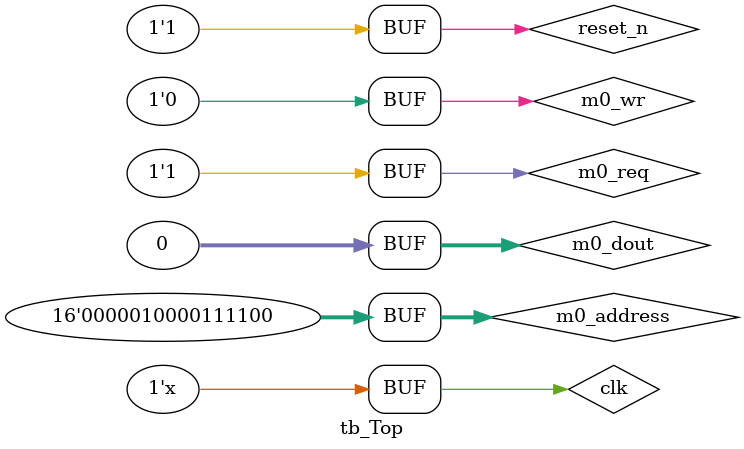
<source format=v>
`timescale 1ns/100ps

module tb_Top;
	reg clk, reset_n, m0_req, m0_wr;
	reg[15:0] m0_address;
	reg[31:0] m0_dout;
	wire m0_grant, a_interrupt, d_interrupt;
	wire[31:0] m_din;
	
	Top Top_1(clk, reset_n, m0_req, m0_wr, m0_address, m0_dout, m0_grant, a_interrupt, d_interrupt, m_din);
	
	always
		begin
			#5; clk = ~clk; //cycle of clock is 10ns
		end
	
	initial
		begin
			#4; clk = 1'b0; reset_n = 1'b1; m0_req = 1'b0; m0_wr = 1'b0;
			m0_address = 16'h0000; m0_dout = 32'h0000_0000; #10; //initialize
			reset_n = 1'b0; #10; reset_n = 1'b1; //resetted
			
			
			m0_req = 1'b1; m0_wr = 1'b1; m0_address = 16'h0200; m0_dout = 1000000000; #10;
			m0_address = 16'h0204; m0_dout = 1000000000; #10;
			//write two operand to memory
			m0_address = 16'h0300; m0_dout[13:0] = 14'b1111_0000_0001_00; #10; //x
			//write instruction to memory
			
			m0_address = 16'h0003; m0_dout = 32'h0000_0200; #10;
			m0_address = 16'h0004; m0_dout = 32'h0000_0110; #10;
			m0_address = 16'h0005; m0_dout = 32'h0000_0001; #10;
			//write first operand to DMAC
			m0_address = 16'h0006; m0_dout = 32'h0000_0001; #10;
			//DMAC push
			m0_address = 16'h0003; m0_dout = 32'h0000_0204; #10;
			m0_address = 16'h0004; m0_dout = 32'h0000_0111; #10;
			m0_address = 16'h0005; m0_dout = 32'h0000_0001; #10;
			//write second operand to DMAC
			m0_address = 16'h0006; m0_dout = 32'h0000_0001; #10;
			//DMAC push
			m0_address = 16'h0003; m0_dout = 32'h0000_0300; #10;
			m0_address = 16'h0004; m0_dout = 32'h0000_0103; #10;
			m0_address = 16'h0005; m0_dout = 32'h0000_0001; #10;
			//write instruction to DMAC
			m0_address = 16'h0006; m0_dout = 32'h0000_0001; #10;
			//DMAC push
			m0_address = 16'h0002; m0_dout = 32'h0000_0001; #10;
			//DMAC interrupt enable
			m0_address = 16'h0000; m0_dout = 32'h0000_0001; #10;
			m0_req = 1'b0; m0_wr = 1'b0; #1000;
			//DMAC start
			m0_req = 1'b1; m0_wr = 1'b1; m0_address = 16'h0001; m0_dout = 32'h0000_0000; #10;
			m0_address = 16'h0002; m0_dout = 32'h0000_0000; #10;
			//DMAC interrupt clear (interrupt disable)
			//Memory -> DMAC -> ALU
			
			m0_wr = 1'b1; m0_address = 16'h0102; m0_dout = 32'h0000_0001; #10;
			//ALU interrupt enable
			m0_address = 16'h0100; m0_dout = 32'h0000_0001; #10;
			m0_req = 1'b0; m0_wr = 1'b0; #1000;
			//ALU start
			m0_req = 1'b1; m0_wr = 1'b1; m0_address = 16'h0101; m0_dout = 32'h0000_0000; #10;
			m0_address = 16'h0102; m0_dout = 32'h0000_0000; #10;
			//ALU interrupt clear (interrupt disable)
			//before ALU -> after ALU
			
			m0_address = 16'h0003; m0_dout = 32'h0000_0104; #10;
			m0_address = 16'h0004; m0_dout = 32'h0000_0400; #10;
			m0_address = 16'h0005; m0_dout = 32'h0000_0001; #10;
			//write upper result to DMAC
			m0_address = 16'h0006; m0_dout = 32'h0000_0001; #10;
			//DMAC push
			m0_address = 16'h0003; m0_dout = 32'h0000_0104; #10;
			m0_address = 16'h0004; m0_dout = 32'h0000_0404; #10;
			m0_address = 16'h0005; m0_dout = 32'h0000_0001; #10;
			//write lower result to DMAC
			m0_address = 16'h0006; m0_dout = 32'h0000_0001; #10;
			//DMAC push
			m0_address = 16'h0002; m0_dout = 32'h0000_0001; #10;
			//DMAC interrupt enable
			m0_address = 16'h0000; m0_dout = 32'h0000_0001; #10;
			m0_req = 1'b0; m0_wr = 1'b0; #1000;
			//DMAC start
			m0_req = 1'b1; m0_wr = 1'b1; m0_address = 16'h0001; m0_dout = 32'h0000_0000; #10;
			m0_address = 16'h0002; m0_dout = 32'h0000_0000; #10;
			//DMAC interrupt clear (interrupt disable)
			//ALU -> DMAC -> Memory
			
			m0_wr = 1'b0; m0_address = 16'h0400; #10; //read upper result from Memory
			m0_address = 16'h0404; #10; //read lower result from Memory
			
			
			//
			//
			//
			//
			//
			//
			//
			//
			//
			//
		
	
			m0_req = 1'b1; m0_wr = 1'b1; m0_address = 16'h0200; m0_dout = 1234; #10;
			m0_address = 16'h0204; m0_dout = 5678; #10;
			//write two operand to memory
			m0_address = 16'h0300; m0_dout[13:0] = 14'b1101_0000_0001_00; #10; //+
			//write instruction to memory
			m0_address = 16'h0304; m0_dout[13:0] = 14'b1110_0000_0001_00; #10; //-
			//write instruction to memory
			m0_address = 16'h0308; m0_dout[13:0] = 14'b1111_0000_0001_00; #10; //*
			//write instruction to memory
			
			m0_address = 16'h0003; m0_dout = 32'h0000_0200; #10;
			m0_address = 16'h0004; m0_dout = 32'h0000_0110; #10;
			m0_address = 16'h0005; m0_dout = 32'h0000_0001; #10;
			//write first operand to DMAC
			m0_address = 16'h0006; m0_dout = 32'h0000_0001; #10;
			//DMAC push
			m0_address = 16'h0003; m0_dout = 32'h0000_0204; #10;
			m0_address = 16'h0004; m0_dout = 32'h0000_0111; #10;
			m0_address = 16'h0005; m0_dout = 32'h0000_0001; #10;
			//write second operand to DMAC
			m0_address = 16'h0006; m0_dout = 32'h0000_0001; #10;
			//DMAC push
			m0_address = 16'h0003; m0_dout = 32'h0000_0300; #10;
			m0_address = 16'h0004; m0_dout = 32'h0000_0103; #10;
			m0_address = 16'h0005; m0_dout = 32'h0000_0001; #10;
			//write instruction to DMAC
			m0_address = 16'h0006; m0_dout = 32'h0000_0001; #10;
			//DMAC push
			m0_address = 16'h0003; m0_dout = 32'h0000_0304; #10;
			m0_address = 16'h0004; m0_dout = 32'h0000_0103; #10;
			m0_address = 16'h0005; m0_dout = 32'h0000_0001; #10;
			//write instruction to DMAC
			m0_address = 16'h0006; m0_dout = 32'h0000_0001; #10;
			//DMAC push
			m0_address = 16'h0003; m0_dout = 32'h0000_0308; #10;
			m0_address = 16'h0004; m0_dout = 32'h0000_0103; #10;
			m0_address = 16'h0005; m0_dout = 32'h0000_0001; #10;
			//write instruction to DMAC
			m0_address = 16'h0006; m0_dout = 32'h0000_0001; #10;
			//DMAC push
			m0_address = 16'h0002; m0_dout = 32'h0000_0001; #10;
			//DMAC interrupt enable
			m0_address = 16'h0000; m0_dout = 32'h0000_0001; #10;
			m0_req = 1'b0; m0_wr = 1'b0; #3000;
			//DMAC start
			m0_req = 1'b1; m0_wr = 1'b1; m0_address = 16'h0001; m0_dout = 32'h0000_0000; #10;
			m0_address = 16'h0002; m0_dout = 32'h0000_0000; #10;
			//DMAC interrupt clear (interrupt disable)
			//Memory -> DMAC -> ALU
			
			m0_wr = 1'b1; m0_address = 16'h0102; m0_dout = 32'h0000_0001; #10;
			//ALU interrupt enable
			m0_address = 16'h0100; m0_dout = 32'h0000_0001; #10;
			m0_req = 1'b0; m0_wr = 1'b0; #3000;
			//ALU start
			m0_req = 1'b1; m0_wr = 1'b1; m0_address = 16'h0101; m0_dout = 32'h0000_0000; #10;
			m0_address = 16'h0102; m0_dout = 32'h0000_0000; #10;
			//ALU interrupt clear (interrupt disable)
			//before ALU -> after ALU
			
			m0_req = 1'b1; m0_wr = 1'b1; m0_address = 16'h0003; m0_dout = 32'h0000_0104; #10;
			m0_address = 16'h0004; m0_dout = 32'h0000_0410; #10;
			m0_address = 16'h0005; m0_dout = 32'h0000_0001; #10;
			//write upper result to DMAC
			m0_address = 16'h0006; m0_dout = 32'h0000_0001; #10;
			//DMAC push
			m0_address = 16'h0003; m0_dout = 32'h0000_0104; #10;
			m0_address = 16'h0004; m0_dout = 32'h0000_0414; #10;
			m0_address = 16'h0005; m0_dout = 32'h0000_0001; #10;
			//write lower result to DMAC
			m0_address = 16'h0006; m0_dout = 32'h0000_0001; #10;
			//DMAC push
			m0_address = 16'h0003; m0_dout = 32'h0000_0104; #10;
			m0_address = 16'h0004; m0_dout = 32'h0000_0418; #10;
			m0_address = 16'h0005; m0_dout = 32'h0000_0001; #10;
			//write upper result to DMAC
			m0_address = 16'h0006; m0_dout = 32'h0000_0001; #10;
			//DMAC push
			m0_address = 16'h0003; m0_dout = 32'h0000_0104; #10;
			m0_address = 16'h0004; m0_dout = 32'h0000_041C; #10;
			m0_address = 16'h0005; m0_dout = 32'h0000_0001; #10;
			//write lower result to DMAC
			m0_address = 16'h0006; m0_dout = 32'h0000_0001; #10;
			//DMAC push
			m0_address = 16'h0003; m0_dout = 32'h0000_0104; #10;
			m0_address = 16'h0004; m0_dout = 32'h0000_0420; #10;
			m0_address = 16'h0005; m0_dout = 32'h0000_0001; #10;
			//write upper result to DMAC
			m0_address = 16'h0006; m0_dout = 32'h0000_0001; #10;
			//DMAC push
			m0_address = 16'h0003; m0_dout = 32'h0000_0104; #10;
			m0_address = 16'h0004; m0_dout = 32'h0000_0424; #10;
			m0_address = 16'h0005; m0_dout = 32'h0000_0001; #10;
			//write lower result to DMAC
			m0_address = 16'h0006; m0_dout = 32'h0000_0001; #10;
			//DMAC push
			m0_address = 16'h0002; m0_dout = 32'h0000_0001; #10;
			//DMAC interrupt enable
			m0_address = 16'h0000; m0_dout = 32'h0000_0001; #10;
			m0_req = 1'b0; m0_wr = 1'b0; #3000;
			//DMAC start
			m0_req = 1'b1; m0_wr = 1'b1; m0_address = 16'h0001; m0_dout = 32'h0000_0000; #10;
			m0_address = 16'h0002; m0_dout = 32'h0000_0000; #10;
			//DMAC interrupt clear (interrupt disable)
			//ALU -> DMAC -> Memory
			
			m0_wr = 1'b0; m0_address = 16'h0400; #10; //read upper result from Memory
			m0_address = 16'h0404; #10; //read lower result from Memory
			m0_address = 16'h0410; #10; //read upper result from Memory
			m0_address = 16'h0414; #10; //read lower result from Memory
			m0_address = 16'h0418; #10; //read upper result from Memory
			m0_address = 16'h041C; #10; //read lower result from Memory
			m0_address = 16'h0420; #10; //read upper result from Memory
			m0_address = 16'h0424; #10; //read lower result from Memory
			
			
			//
			//
			//
			//
			//
			//
			//
			//
			//
			//
			
			
			m0_req = 1'b1; m0_wr = 1'b1; m0_address = 16'h0200; m0_dout = 1; #10;
			m0_address = 16'h0204; m0_dout = 23; #10;
			m0_address = 16'h0208; m0_dout = 456; #10;
			m0_address = 16'h020C; m0_dout = 7890; #10;
			m0_address = 16'h0210; m0_dout = -1; #10;
			m0_address = 16'h0214; m0_dout = -23; #10;
			m0_address = 16'h0218; m0_dout = -456; #10;
			m0_address = 16'h021C; m0_dout = -7890; #10;
			//write eight operand to memory
			
			m0_address = 16'h0300; m0_dout[13:0] = 14'b0001_0000_0001_00; #10; //NOTA
			m0_address = 16'h0304; m0_dout[13:0] = 14'b0011_0001_0010_00; #10; //AND
			m0_address = 16'h0308; m0_dout[13:0] = 14'b0101_0010_0011_00; #10; //XOR
			m0_address = 16'h030C; m0_dout[13:0] = 14'b0111_0011_0100_01; #10; //LSLA(2)
			m0_address = 16'h0310; m0_dout[13:0] = 14'b1001_0100_0101_10; #10; //ASRA(4)
			m0_address = 16'h0314; m0_dout[13:0] = 14'b1011_0101_0110_11; #10; //LSRB(8)
			m0_address = 16'h0318; m0_dout[13:0] = 14'b1101_0110_0111_00; #10; //ADD
			m0_address = 16'h031C; m0_dout[13:0] = 14'b1111_0111_1000_00; #10; //MUL
			//write eight instruction to memory
			
			m0_address = 16'h0003; m0_dout = 32'h0000_0200; #10;
			m0_address = 16'h0004; m0_dout = 32'h0000_0110; #10;
			m0_address = 16'h0005; m0_dout = 32'h0000_0001; #10;
			m0_address = 16'h0006; m0_dout = 32'h0000_0001; #10;
			m0_address = 16'h0003; m0_dout = 32'h0000_0204; #10;
			m0_address = 16'h0004; m0_dout = 32'h0000_0111; #10;
			m0_address = 16'h0005; m0_dout = 32'h0000_0001; #10;
			m0_address = 16'h0006; m0_dout = 32'h0000_0001; #10;
			m0_address = 16'h0003; m0_dout = 32'h0000_0208; #10;
			m0_address = 16'h0004; m0_dout = 32'h0000_0112; #10;
			m0_address = 16'h0005; m0_dout = 32'h0000_0001; #10;
			m0_address = 16'h0006; m0_dout = 32'h0000_0001; #10;
			m0_address = 16'h0003; m0_dout = 32'h0000_020C; #10;
			m0_address = 16'h0004; m0_dout = 32'h0000_0113; #10;
			m0_address = 16'h0005; m0_dout = 32'h0000_0001; #10;
			m0_address = 16'h0006; m0_dout = 32'h0000_0001; #10;
			m0_address = 16'h0003; m0_dout = 32'h0000_0210; #10;
			m0_address = 16'h0004; m0_dout = 32'h0000_0114; #10;
			m0_address = 16'h0005; m0_dout = 32'h0000_0001; #10;
			m0_address = 16'h0006; m0_dout = 32'h0000_0001; #10;
			m0_address = 16'h0003; m0_dout = 32'h0000_0214; #10;
			m0_address = 16'h0004; m0_dout = 32'h0000_0115; #10;
			m0_address = 16'h0005; m0_dout = 32'h0000_0001; #10;
			m0_address = 16'h0006; m0_dout = 32'h0000_0001; #10;
			m0_address = 16'h0003; m0_dout = 32'h0000_0218; #10;
			m0_address = 16'h0004; m0_dout = 32'h0000_0116; #10;
			m0_address = 16'h0005; m0_dout = 32'h0000_0001; #10;
			m0_address = 16'h0006; m0_dout = 32'h0000_0001; #10;
			m0_address = 16'h0003; m0_dout = 32'h0000_021C; #10;
			m0_address = 16'h0004; m0_dout = 32'h0000_0117; #10;
			m0_address = 16'h0005; m0_dout = 32'h0000_0001; #10;
			m0_address = 16'h0006; m0_dout = 32'h0000_0001; #10;
			//write eight operand to DMAC
			
			m0_address = 16'h0003; m0_dout = 32'h0000_0300; #10;
			m0_address = 16'h0004; m0_dout = 32'h0000_0103; #10;
			m0_address = 16'h0005; m0_dout = 32'h0000_0001; #10;
			m0_address = 16'h0006; m0_dout = 32'h0000_0001; #10;
			m0_address = 16'h0003; m0_dout = 32'h0000_0304; #10;
			m0_address = 16'h0004; m0_dout = 32'h0000_0103; #10;
			m0_address = 16'h0005; m0_dout = 32'h0000_0001; #10;
			m0_address = 16'h0006; m0_dout = 32'h0000_0001; #10;
			m0_address = 16'h0003; m0_dout = 32'h0000_0308; #10;
			m0_address = 16'h0004; m0_dout = 32'h0000_0103; #10;
			m0_address = 16'h0005; m0_dout = 32'h0000_0001; #10;
			m0_address = 16'h0006; m0_dout = 32'h0000_0001; #10;
			m0_address = 16'h0003; m0_dout = 32'h0000_030C; #10;
			m0_address = 16'h0004; m0_dout = 32'h0000_0103; #10;
			m0_address = 16'h0005; m0_dout = 32'h0000_0001; #10;
			m0_address = 16'h0006; m0_dout = 32'h0000_0001; #10;
			m0_address = 16'h0003; m0_dout = 32'h0000_0310; #10;
			m0_address = 16'h0004; m0_dout = 32'h0000_0103; #10;
			m0_address = 16'h0005; m0_dout = 32'h0000_0001; #10;
			m0_address = 16'h0006; m0_dout = 32'h0000_0001; #10;
			m0_address = 16'h0003; m0_dout = 32'h0000_0314; #10;
			m0_address = 16'h0004; m0_dout = 32'h0000_0103; #10;
			m0_address = 16'h0005; m0_dout = 32'h0000_0001; #10;
			m0_address = 16'h0006; m0_dout = 32'h0000_0001; #10;
			m0_address = 16'h0003; m0_dout = 32'h0000_0318; #10;
			m0_address = 16'h0004; m0_dout = 32'h0000_0103; #10;
			m0_address = 16'h0005; m0_dout = 32'h0000_0001; #10;
			m0_address = 16'h0006; m0_dout = 32'h0000_0001; #10;
			m0_address = 16'h0003; m0_dout = 32'h0000_031C; #10;
			m0_address = 16'h0004; m0_dout = 32'h0000_0103; #10;
			m0_address = 16'h0005; m0_dout = 32'h0000_0001; #10;
			m0_address = 16'h0006; m0_dout = 32'h0000_0001; #10;
			//write eight instruction to DMAC
			
			m0_address = 16'h0002; m0_dout = 32'h0000_0001; #10;
			//DMAC interrupt enable
			m0_address = 16'h0000; m0_dout = 32'h0000_0001; #10;
			m0_req = 1'b0; m0_wr = 1'b0; #10000;
			//DMAC start
			m0_req = 1'b1; m0_wr = 1'b1; m0_address = 16'h0001; m0_dout = 32'h0000_0000; #10;
			m0_address = 16'h0002; m0_dout = 32'h0000_0000; #10;
			//DMAC interrupt clear (interrupt disable)
			//Memory -> DMAC -> ALU
			
			m0_wr = 1'b1; m0_address = 16'h0102; m0_dout = 32'h0000_0001; #10;
			//ALU interrupt enable
			m0_address = 16'h0100; m0_dout = 32'h0000_0001; #10;
			m0_req = 1'b0; m0_wr = 1'b0; #10000;
			//ALU start
			m0_req = 1'b1; m0_wr = 1'b1; m0_address = 16'h0101; m0_dout = 32'h0000_0000; #10;
			m0_address = 16'h0102; m0_dout = 32'h0000_0000; #10;
			//ALU interrupt clear (interrupt disable)
			//before ALU -> after ALU
			
			m0_req = 1'b1; m0_wr = 1'b1; m0_address = 16'h0003; m0_dout = 32'h0000_0104; #10;
			m0_address = 16'h0004; m0_dout = 32'h0000_0400; #10;
			m0_address = 16'h0005; m0_dout = 32'h0000_0001; #10;
			m0_address = 16'h0006; m0_dout = 32'h0000_0001; #10;
			m0_address = 16'h0003; m0_dout = 32'h0000_0104; #10;
			m0_address = 16'h0004; m0_dout = 32'h0000_0404; #10;
			m0_address = 16'h0005; m0_dout = 32'h0000_0001; #10;
			m0_address = 16'h0006; m0_dout = 32'h0000_0001; #10;
			m0_address = 16'h0003; m0_dout = 32'h0000_0104; #10;
			m0_address = 16'h0004; m0_dout = 32'h0000_0408; #10;
			m0_address = 16'h0005; m0_dout = 32'h0000_0001; #10;
			m0_address = 16'h0006; m0_dout = 32'h0000_0001; #10;
			m0_address = 16'h0003; m0_dout = 32'h0000_0104; #10;
			m0_address = 16'h0004; m0_dout = 32'h0000_040C; #10;
			m0_address = 16'h0005; m0_dout = 32'h0000_0001; #10;
			m0_address = 16'h0006; m0_dout = 32'h0000_0001; #10;
			m0_address = 16'h0003; m0_dout = 32'h0000_0104; #10;
			m0_address = 16'h0004; m0_dout = 32'h0000_0410; #10;
			m0_address = 16'h0005; m0_dout = 32'h0000_0001; #10;
			m0_address = 16'h0006; m0_dout = 32'h0000_0001; #10;
			m0_address = 16'h0003; m0_dout = 32'h0000_0104; #10;
			m0_address = 16'h0004; m0_dout = 32'h0000_0414; #10;
			m0_address = 16'h0005; m0_dout = 32'h0000_0001; #10;
			m0_address = 16'h0006; m0_dout = 32'h0000_0001; #10;
			m0_address = 16'h0003; m0_dout = 32'h0000_0104; #10;
			m0_address = 16'h0004; m0_dout = 32'h0000_0418; #10;
			m0_address = 16'h0005; m0_dout = 32'h0000_0001; #10;
			m0_address = 16'h0006; m0_dout = 32'h0000_0001; #10;
			m0_address = 16'h0003; m0_dout = 32'h0000_0104; #10;
			m0_address = 16'h0004; m0_dout = 32'h0000_041C; #10;
			m0_address = 16'h0005; m0_dout = 32'h0000_0001; #10;
			m0_address = 16'h0006; m0_dout = 32'h0000_0001; #10;
			m0_address = 16'h0003; m0_dout = 32'h0000_0104; #10;
			m0_address = 16'h0004; m0_dout = 32'h0000_0420; #10;
			m0_address = 16'h0005; m0_dout = 32'h0000_0001; #10;
			m0_address = 16'h0006; m0_dout = 32'h0000_0001; #10;
			m0_address = 16'h0003; m0_dout = 32'h0000_0104; #10;
			m0_address = 16'h0004; m0_dout = 32'h0000_0424; #10;
			m0_address = 16'h0005; m0_dout = 32'h0000_0001; #10;
			m0_address = 16'h0006; m0_dout = 32'h0000_0001; #10;
			m0_address = 16'h0003; m0_dout = 32'h0000_0104; #10;
			m0_address = 16'h0004; m0_dout = 32'h0000_0428; #10;
			m0_address = 16'h0005; m0_dout = 32'h0000_0001; #10;
			m0_address = 16'h0006; m0_dout = 32'h0000_0001; #10;
			m0_address = 16'h0003; m0_dout = 32'h0000_0104; #10;
			m0_address = 16'h0004; m0_dout = 32'h0000_042C; #10;
			m0_address = 16'h0005; m0_dout = 32'h0000_0001; #10;
			m0_address = 16'h0006; m0_dout = 32'h0000_0001; #10;
			m0_address = 16'h0003; m0_dout = 32'h0000_0104; #10;
			m0_address = 16'h0004; m0_dout = 32'h0000_0430; #10;
			m0_address = 16'h0005; m0_dout = 32'h0000_0001; #10;
			m0_address = 16'h0006; m0_dout = 32'h0000_0001; #10;
			m0_address = 16'h0003; m0_dout = 32'h0000_0104; #10;
			m0_address = 16'h0004; m0_dout = 32'h0000_0434; #10;
			m0_address = 16'h0005; m0_dout = 32'h0000_0001; #10;
			m0_address = 16'h0006; m0_dout = 32'h0000_0001; #10;
			m0_address = 16'h0003; m0_dout = 32'h0000_0104; #10;
			m0_address = 16'h0004; m0_dout = 32'h0000_0438; #10;
			m0_address = 16'h0005; m0_dout = 32'h0000_0001; #10;
			m0_address = 16'h0006; m0_dout = 32'h0000_0001; #10;
			m0_address = 16'h0003; m0_dout = 32'h0000_0104; #10;
			m0_address = 16'h0004; m0_dout = 32'h0000_043C; #10;
			m0_address = 16'h0005; m0_dout = 32'h0000_0001; #10;
			m0_address = 16'h0006; m0_dout = 32'h0000_0001; #10;
			//write sixteen result to DMAC
			
			m0_address = 16'h0002; m0_dout = 32'h0000_0001; #10;
			//DMAC interrupt enable
			m0_address = 16'h0000; m0_dout = 32'h0000_0001; #10;
			m0_req = 1'b0; m0_wr = 1'b0; #10000;
			//DMAC start
			m0_req = 1'b1; m0_wr = 1'b1; m0_address = 16'h0001; m0_dout = 32'h0000_0000; #10;
			m0_address = 16'h0002; m0_dout = 32'h0000_0000; #10;
			//DMAC interrupt clear (interrupt disable)
			//ALU -> DMAC -> Memory
			
			m0_wr = 1'b0; m0_address = 16'h0400; #10;
			m0_address = 16'h0404; #10;
			m0_address = 16'h0408; #10;
			m0_address = 16'h040C; #10;
			m0_address = 16'h0410; #10;
			m0_address = 16'h0414; #10;
			m0_address = 16'h0418; #10;
			m0_address = 16'h041C; #10;
			m0_address = 16'h0420; #10;
			m0_address = 16'h0424; #10;
			m0_address = 16'h0428; #10;
			m0_address = 16'h042C; #10;
			m0_address = 16'h0430; #10;
			m0_address = 16'h0434; #10;
			m0_address = 16'h0438; #10;
			m0_address = 16'h043C; #10;
			//read sixteen result from Memory
		end
endmodule 
</source>
